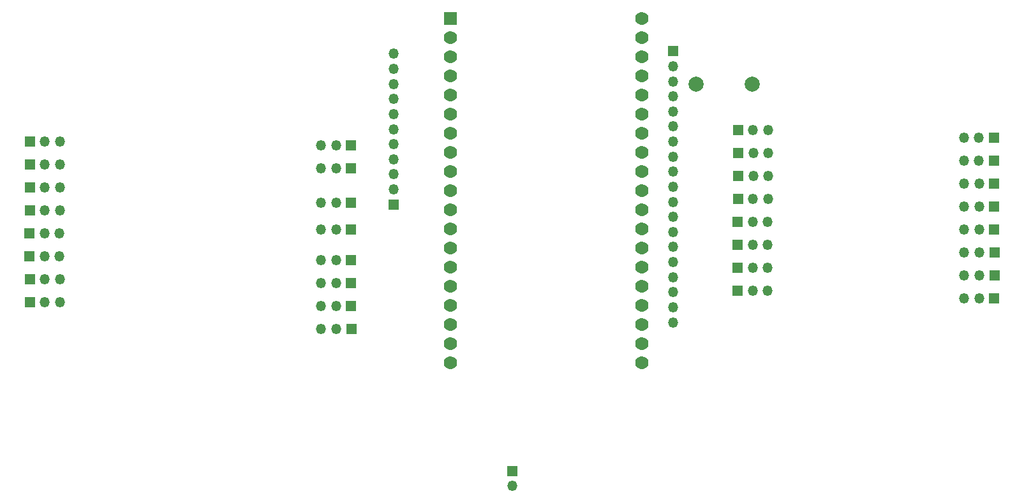
<source format=gbr>
%TF.GenerationSoftware,KiCad,Pcbnew,8.0.5*%
%TF.CreationDate,2024-11-24T13:45:08+01:00*%
%TF.ProjectId,navrh03,6e617672-6830-4332-9e6b-696361645f70,rev?*%
%TF.SameCoordinates,Original*%
%TF.FileFunction,Soldermask,Bot*%
%TF.FilePolarity,Negative*%
%FSLAX46Y46*%
G04 Gerber Fmt 4.6, Leading zero omitted, Abs format (unit mm)*
G04 Created by KiCad (PCBNEW 8.0.5) date 2024-11-24 13:45:08*
%MOMM*%
%LPD*%
G01*
G04 APERTURE LIST*
G04 Aperture macros list*
%AMRoundRect*
0 Rectangle with rounded corners*
0 $1 Rounding radius*
0 $2 $3 $4 $5 $6 $7 $8 $9 X,Y pos of 4 corners*
0 Add a 4 corners polygon primitive as box body*
4,1,4,$2,$3,$4,$5,$6,$7,$8,$9,$2,$3,0*
0 Add four circle primitives for the rounded corners*
1,1,$1+$1,$2,$3*
1,1,$1+$1,$4,$5*
1,1,$1+$1,$6,$7*
1,1,$1+$1,$8,$9*
0 Add four rect primitives between the rounded corners*
20,1,$1+$1,$2,$3,$4,$5,0*
20,1,$1+$1,$4,$5,$6,$7,0*
20,1,$1+$1,$6,$7,$8,$9,0*
20,1,$1+$1,$8,$9,$2,$3,0*%
G04 Aperture macros list end*
%ADD10R,1.350000X1.350000*%
%ADD11O,1.350000X1.350000*%
%ADD12C,2.000000*%
%ADD13RoundRect,0.101600X-0.780000X-0.780000X0.780000X-0.780000X0.780000X0.780000X-0.780000X0.780000X0*%
%ADD14C,1.763200*%
G04 APERTURE END LIST*
D10*
%TO.C,J2*%
X146304000Y-117364000D03*
D11*
X146304000Y-119364000D03*
%TD*%
D10*
%TO.C,J13R1*%
X176276000Y-81280000D03*
D11*
X178276000Y-81280000D03*
X180276000Y-81280000D03*
%TD*%
D10*
%TO.C,J24*%
X82264000Y-85852000D03*
D11*
X84264000Y-85852000D03*
X86264000Y-85852000D03*
%TD*%
D10*
%TO.C,J15R1*%
X176244000Y-87376000D03*
D11*
X178244000Y-87376000D03*
X180244000Y-87376000D03*
%TD*%
D10*
%TO.C,J19*%
X124936000Y-74168000D03*
D11*
X122936000Y-74168000D03*
X120936000Y-74168000D03*
%TD*%
D10*
%TO.C,J14R1*%
X176244000Y-84328000D03*
D11*
X178244000Y-84328000D03*
X180244000Y-84328000D03*
%TD*%
D10*
%TO.C,J25*%
X82264000Y-88900000D03*
D11*
X84264000Y-88900000D03*
X86264000Y-88900000D03*
%TD*%
D10*
%TO.C,J18*%
X124936000Y-77216000D03*
D11*
X122936000Y-77216000D03*
X120936000Y-77216000D03*
%TD*%
D10*
%TO.C,J12*%
X124968000Y-98552000D03*
D11*
X122968000Y-98552000D03*
X120968000Y-98552000D03*
%TD*%
D10*
%TO.C,J22*%
X82296000Y-79756000D03*
D11*
X84296000Y-79756000D03*
X86296000Y-79756000D03*
%TD*%
D10*
%TO.C,J3*%
X167640000Y-61628000D03*
D11*
X167640000Y-63628000D03*
X167640000Y-65628000D03*
X167640000Y-67628000D03*
X167640000Y-69628000D03*
X167640000Y-71628000D03*
X167640000Y-73628000D03*
X167640000Y-75628000D03*
X167640000Y-77628000D03*
X167640000Y-79628000D03*
X167640000Y-81628000D03*
X167640000Y-83628000D03*
X167640000Y-85628000D03*
X167640000Y-87628000D03*
X167640000Y-89628000D03*
X167640000Y-91628000D03*
X167640000Y-93628000D03*
X167640000Y-95628000D03*
X167640000Y-97628000D03*
%TD*%
D10*
%TO.C,J20*%
X82296000Y-73660000D03*
D11*
X84296000Y-73660000D03*
X86296000Y-73660000D03*
%TD*%
D10*
%TO.C,J4*%
X210280000Y-94488000D03*
D11*
X208280000Y-94488000D03*
X206280000Y-94488000D03*
%TD*%
D10*
%TO.C,J23*%
X82296000Y-82804000D03*
D11*
X84296000Y-82804000D03*
X86296000Y-82804000D03*
%TD*%
D10*
%TO.C,J7*%
X210280000Y-85344000D03*
D11*
X208280000Y-85344000D03*
X206280000Y-85344000D03*
%TD*%
D10*
%TO.C,J10*%
X210248000Y-76200000D03*
D11*
X208248000Y-76200000D03*
X206248000Y-76200000D03*
%TD*%
D10*
%TO.C,J13*%
X124936000Y-95504000D03*
D11*
X122936000Y-95504000D03*
X120936000Y-95504000D03*
%TD*%
D10*
%TO.C,J10R1*%
X176276000Y-72136000D03*
D11*
X178276000Y-72136000D03*
X180276000Y-72136000D03*
%TD*%
D10*
%TO.C,J26*%
X82296000Y-91948000D03*
D11*
X84296000Y-91948000D03*
X86296000Y-91948000D03*
%TD*%
D10*
%TO.C,J16R1*%
X176244000Y-90424000D03*
D11*
X178244000Y-90424000D03*
X180244000Y-90424000D03*
%TD*%
D10*
%TO.C,J14*%
X124936000Y-92456000D03*
D11*
X122936000Y-92456000D03*
X120936000Y-92456000D03*
%TD*%
D10*
%TO.C,J12R1*%
X176308000Y-78232000D03*
D11*
X178308000Y-78232000D03*
X180308000Y-78232000D03*
%TD*%
D10*
%TO.C,J17R1*%
X176244000Y-93472000D03*
D11*
X178244000Y-93472000D03*
X180244000Y-93472000D03*
%TD*%
D10*
%TO.C,J5*%
X210312000Y-91440000D03*
D11*
X208312000Y-91440000D03*
X206312000Y-91440000D03*
%TD*%
D10*
%TO.C,J11R1*%
X176308000Y-75184000D03*
D11*
X178308000Y-75184000D03*
X180308000Y-75184000D03*
%TD*%
D10*
%TO.C,J15*%
X124936000Y-89408000D03*
D11*
X122936000Y-89408000D03*
X120936000Y-89408000D03*
%TD*%
D10*
%TO.C,J6*%
X210312000Y-88392000D03*
D11*
X208312000Y-88392000D03*
X206312000Y-88392000D03*
%TD*%
D10*
%TO.C,J17*%
X124936000Y-81788000D03*
D11*
X122936000Y-81788000D03*
X120936000Y-81788000D03*
%TD*%
D10*
%TO.C,J28*%
X130556000Y-81976000D03*
D11*
X130556000Y-79976000D03*
X130556000Y-77976000D03*
X130556000Y-75976000D03*
X130556000Y-73976000D03*
X130556000Y-71976000D03*
X130556000Y-69976000D03*
X130556000Y-67976000D03*
X130556000Y-65976000D03*
X130556000Y-63976000D03*
X130556000Y-61976000D03*
%TD*%
D10*
%TO.C,J27*%
X82296000Y-94996000D03*
D11*
X84296000Y-94996000D03*
X86296000Y-94996000D03*
%TD*%
D12*
%TO.C,C1*%
X178188000Y-66040000D03*
X170688000Y-66040000D03*
%TD*%
D10*
%TO.C,J8*%
X210280000Y-82296000D03*
D11*
X208280000Y-82296000D03*
X206280000Y-82296000D03*
%TD*%
D10*
%TO.C,J9*%
X210280000Y-79248000D03*
D11*
X208280000Y-79248000D03*
X206280000Y-79248000D03*
%TD*%
D10*
%TO.C,J11*%
X210248000Y-73152000D03*
D11*
X208248000Y-73152000D03*
X206248000Y-73152000D03*
%TD*%
D10*
%TO.C,J21*%
X82296000Y-76708000D03*
D11*
X84296000Y-76708000D03*
X86296000Y-76708000D03*
%TD*%
D13*
%TO.C,U3*%
X138100000Y-57300000D03*
D14*
X138100000Y-59840000D03*
X138100000Y-62380000D03*
X138100000Y-64920000D03*
X138100000Y-67460000D03*
X138100000Y-70000000D03*
X138100000Y-72540000D03*
X138100000Y-75080000D03*
X138100000Y-77620000D03*
X138100000Y-80160000D03*
X138100000Y-82700000D03*
X138100000Y-85240000D03*
X138100000Y-87780000D03*
X138100000Y-90320000D03*
X138100000Y-92860000D03*
X138100000Y-95400000D03*
X138100000Y-97940000D03*
X138100000Y-100480000D03*
X138100000Y-103020000D03*
X163500000Y-57300000D03*
X163500000Y-59840000D03*
X163500000Y-62380000D03*
X163500000Y-64920000D03*
X163500000Y-67460000D03*
X163500000Y-70000000D03*
X163500000Y-72540000D03*
X163500000Y-75080000D03*
X163500000Y-77620000D03*
X163500000Y-80160000D03*
X163500000Y-82700000D03*
X163500000Y-85240000D03*
X163500000Y-87780000D03*
X163500000Y-90320000D03*
X163500000Y-92860000D03*
X163500000Y-95400000D03*
X163500000Y-97940000D03*
X163500000Y-100480000D03*
X163500000Y-103020000D03*
%TD*%
D10*
%TO.C,J16*%
X124936000Y-85344000D03*
D11*
X122936000Y-85344000D03*
X120936000Y-85344000D03*
%TD*%
M02*

</source>
